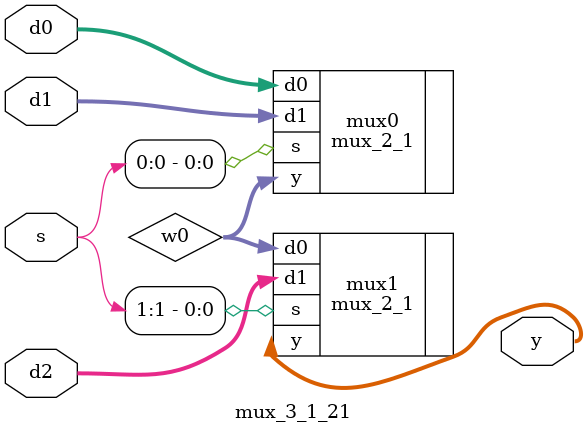
<source format=v>
module mux_3_1_21 (
	input  [1:0] s,
	input  [2:0] d0,
	input  [2:0] d1,
	input  [2:0] d2,
	output [2:0] y
);

wire [2:0] w0;

mux_2_1 mux0(.s(s[0]), .d0(d0), .d1(d1), .y(w0));
mux_2_1 mux1(.s(s[1]), .d0(w0), .d1(d2), .y(y));

endmodule

</source>
